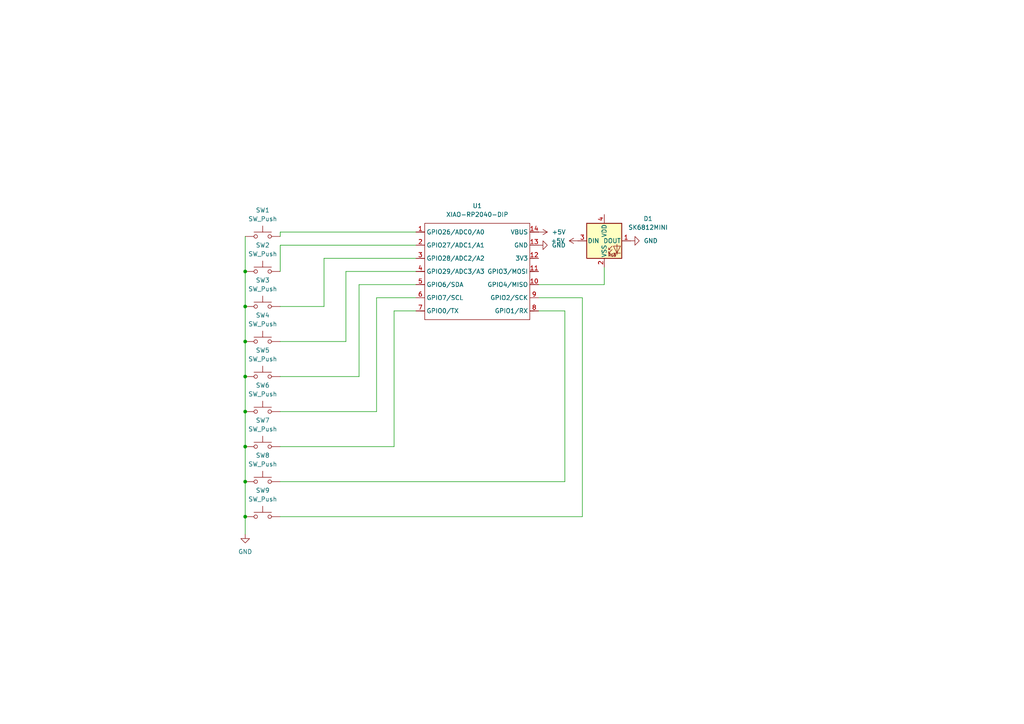
<source format=kicad_sch>
(kicad_sch (version 20250114) (generator "eeschema") (generator_version "9.0")
  (paper "A4")
  (lib_symbols
    (symbol "LED:SK6812MINI" (pin_names (offset 0.254))
      (property "Reference" "D" (at 5.08 5.715 0))
      (property "Value" "SK6812MINI" (at 1.27 -5.715 0))
      (symbol "SK6812MINI_0_0"
        (text "RGB" (at 2.286 -4.191 0) (effects (font (size 0.762 0.762))))
      )
      (symbol "SK6812MINI_0_1"
        (polyline (pts (xy 1.27 -2.54) (xy 1.778 -2.54)))
        (polyline (pts (xy 1.27 -3.556) (xy 1.778 -3.556)))
        (polyline (pts (xy 2.286 -1.524) (xy 1.27 -2.54) (xy 1.27 -2.032)))
        (polyline (pts (xy 2.286 -2.54) (xy 1.27 -3.556) (xy 1.27 -3.048)))
        (polyline (pts (xy 3.683 -1.016) (xy 3.683 -3.556) (xy 3.683 -4.064)))
        (polyline (pts (xy 4.699 -1.524) (xy 2.667 -1.524) (xy 3.683 -3.556) (xy 4.699 -1.524)))
        (polyline (pts (xy 4.699 -3.556) (xy 2.667 -3.556)))
        (rectangle (start 5.08 5.08) (end -5.08 -5.08) (stroke (width 0.254)) (fill (type background)))
      )
      (symbol "SK6812MINI_1_1"
        (pin input line (at -7.62 0 0) (length 2.54) (name "DIN") (number "3"))
        (pin power_in line (at 0 7.62 270) (length 2.54) (name "VDD") (number "4"))
        (pin power_in line (at 0 -7.62 90) (length 2.54) (name "VSS") (number "2"))
        (pin output line (at 7.62 0 180) (length 2.54) (name "DOUT") (number "1"))
      )
    )
    (symbol "PLO:XIAO-RP2040-DIP"
      (property "Reference" "U" (at 0 0 0))
      (property "Value" "XIAO-RP2040-DIP" (at 5.334 -1.778 0))
      (symbol "XIAO-RP2040-DIP_1_0"
        (polyline (pts (xy -1.27 -2.54) (xy 29.21 -2.54)) (stroke (width 0.1524)))
        (polyline (pts (xy -1.27 -5.08) (xy -2.54 -5.08)) (stroke (width 0.1524)))
        (polyline (pts (xy -1.27 -5.08) (xy -1.27 -2.54)) (stroke (width 0.1524)))
        (polyline (pts (xy -1.27 -8.89) (xy -2.54 -8.89)) (stroke (width 0.1524)))
        (polyline (pts (xy -1.27 -8.89) (xy -1.27 -5.08)) (stroke (width 0.1524)))
        (polyline (pts (xy -1.27 -12.7) (xy -2.54 -12.7)) (stroke (width 0.1524)))
        (polyline (pts (xy -1.27 -12.7) (xy -1.27 -8.89)) (stroke (width 0.1524)))
        (polyline (pts (xy -1.27 -16.51) (xy -2.54 -16.51)) (stroke (width 0.1524)))
        (polyline (pts (xy -1.27 -16.51) (xy -1.27 -12.7)) (stroke (width 0.1524)))
        (polyline (pts (xy -1.27 -20.32) (xy -2.54 -20.32)) (stroke (width 0.1524)))
        (polyline (pts (xy -1.27 -24.13) (xy -2.54 -24.13)) (stroke (width 0.1524)))
        (polyline (pts (xy -1.27 -27.94) (xy -2.54 -27.94)) (stroke (width 0.1524)))
        (polyline (pts (xy -1.27 -30.48) (xy -1.27 -16.51)) (stroke (width 0.1524)))
        (polyline (pts (xy 29.21 -2.54) (xy 29.21 -5.08)) (stroke (width 0.1524)))
        (polyline (pts (xy 29.21 -5.08) (xy 29.21 -8.89)) (stroke (width 0.1524)))
        (polyline (pts (xy 29.21 -8.89) (xy 29.21 -12.7)) (stroke (width 0.1524)))
        (polyline (pts (xy 29.21 -12.7) (xy 29.21 -30.48)) (stroke (width 0.1524)))
        (polyline (pts (xy 29.21 -30.48) (xy -1.27 -30.48)) (stroke (width 0.1524)))
        (polyline (pts (xy 30.48 -5.08) (xy 29.21 -5.08)) (stroke (width 0.1524)))
        (polyline (pts (xy 30.48 -8.89) (xy 29.21 -8.89)) (stroke (width 0.1524)))
        (polyline (pts (xy 30.48 -12.7) (xy 29.21 -12.7)) (stroke (width 0.1524)))
        (polyline (pts (xy 30.48 -16.51) (xy 29.21 -16.51)) (stroke (width 0.1524)))
        (polyline (pts (xy 30.48 -20.32) (xy 29.21 -20.32)) (stroke (width 0.1524)))
        (polyline (pts (xy 30.48 -24.13) (xy 29.21 -24.13)) (stroke (width 0.1524)))
        (polyline (pts (xy 30.48 -27.94) (xy 29.21 -27.94)) (stroke (width 0.1524)))
        (pin passive line (at -3.81 -5.08 0) (length 2.54) (name "GPIO26/ADC0/A0") (number "1"))
        (pin passive line (at -3.81 -8.89 0) (length 2.54) (name "GPIO27/ADC1/A1") (number "2"))
        (pin passive line (at -3.81 -12.7 0) (length 2.54) (name "GPIO28/ADC2/A2") (number "3"))
        (pin passive line (at -3.81 -16.51 0) (length 2.54) (name "GPIO29/ADC3/A3") (number "4"))
        (pin passive line (at -3.81 -20.32 0) (length 2.54) (name "GPIO6/SDA") (number "5"))
        (pin passive line (at -3.81 -24.13 0) (length 2.54) (name "GPIO7/SCL") (number "6"))
        (pin passive line (at -3.81 -27.94 0) (length 2.54) (name "GPIO0/TX") (number "7"))
        (pin passive line (at 31.75 -5.08 180) (length 2.54) (name "VBUS") (number "14"))
        (pin passive line (at 31.75 -8.89 180) (length 2.54) (name "GND") (number "13"))
        (pin passive line (at 31.75 -12.7 180) (length 2.54) (name "3V3") (number "12"))
        (pin passive line (at 31.75 -16.51 180) (length 2.54) (name "GPIO3/MOSI") (number "11"))
        (pin passive line (at 31.75 -20.32 180) (length 2.54) (name "GPIO4/MISO") (number "10"))
        (pin passive line (at 31.75 -24.13 180) (length 2.54) (name "GPIO2/SCK") (number "9"))
        (pin passive line (at 31.75 -27.94 180) (length 2.54) (name "GPIO1/RX") (number "8"))
      )
    )
    (symbol "Switch:SW_Push" (pin_numbers (hide yes)) (pin_names (offset 1.016) (hide yes))
      (property "Reference" "SW" (at 1.27 2.54 0))
      (property "Value" "SW_Push" (at 0 -1.524 0))
      (symbol "SW_Push_0_1"
        (circle (center -2.032 0) (radius 0.508))
        (polyline (pts (xy 0 1.27) (xy 0 3.048)))
        (circle (center 2.032 0) (radius 0.508))
        (polyline (pts (xy 2.54 1.27) (xy -2.54 1.27)))
        (pin passive line (at -5.08 0 0) (length 2.54) (name "1") (number "1"))
        (pin passive line (at 5.08 0 180) (length 2.54) (name "2") (number "2"))
      )
    )
    (symbol "power:+5V" (power) (pin_numbers (hide yes)) (pin_names (offset 0) (hide yes))
      (property "Value" "+5V" (at 0 3.556 0))
      (symbol "+5V_0_1"
        (polyline (pts (xy -0.762 1.27) (xy 0 2.54)))
        (polyline (pts (xy 0 2.54) (xy 0.762 1.27)))
        (polyline (pts (xy 0 0) (xy 0 2.54)))
      )
      (symbol "+5V_1_1"
        (pin power_in line (at 0 0 90) (length 0) (name "~") (number "1"))
      )
    )
    (symbol "power:GND" (power) (pin_numbers (hide yes)) (pin_names (offset 0) (hide yes))
      (property "Value" "GND" (at 0 -3.81 0))
      (symbol "GND_0_1"
        (polyline (pts (xy 0 0) (xy 0 -1.27) (xy 1.27 -1.27) (xy 0 -2.54) (xy -1.27 -1.27) (xy 0 -1.27)))
      )
      (symbol "GND_1_1"
        (pin power_in line (at 0 0 270) (length 0) (name "~") (number "1"))
      )
    )
  )
  (junction (at 71.12 99.06))
  (junction (at 71.12 139.7))
  (junction (at 71.12 149.86))
  (junction (at 71.12 119.38))
  (junction (at 71.12 129.54))
  (junction (at 71.12 109.22))
  (junction (at 71.12 88.9))
  (junction (at 71.12 78.74))
  (wire (pts (xy 114.3 90.17) (xy 114.3 129.54)))
  (wire (pts (xy 71.12 88.9) (xy 71.12 99.06)))
  (wire (pts (xy 175.26 82.55) (xy 175.26 77.47)))
  (wire (pts (xy 120.65 86.36) (xy 109.22 86.36)))
  (wire (pts (xy 109.22 86.36) (xy 109.22 119.38)))
  (wire (pts (xy 81.28 71.12) (xy 81.28 78.74)))
  (wire (pts (xy 109.22 119.38) (xy 81.28 119.38)))
  (wire (pts (xy 71.12 149.86) (xy 71.12 154.94)))
  (wire (pts (xy 71.12 139.7) (xy 71.12 149.86)))
  (wire (pts (xy 71.12 109.22) (xy 71.12 119.38)))
  (wire (pts (xy 120.65 90.17) (xy 114.3 90.17)))
  (wire (pts (xy 156.21 82.55) (xy 175.26 82.55)))
  (wire (pts (xy 168.91 149.86) (xy 81.28 149.86)))
  (wire (pts (xy 71.12 78.74) (xy 71.12 88.9)))
  (wire (pts (xy 71.12 129.54) (xy 71.12 139.7)))
  (wire (pts (xy 100.33 99.06) (xy 81.28 99.06)))
  (wire (pts (xy 104.14 82.55) (xy 104.14 109.22)))
  (wire (pts (xy 93.98 74.93) (xy 93.98 88.9)))
  (wire (pts (xy 156.21 90.17) (xy 163.83 90.17)))
  (wire (pts (xy 163.83 90.17) (xy 163.83 139.7)))
  (wire (pts (xy 81.28 67.31) (xy 81.28 68.58)))
  (wire (pts (xy 71.12 119.38) (xy 71.12 129.54)))
  (wire (pts (xy 120.65 82.55) (xy 104.14 82.55)))
  (wire (pts (xy 163.83 139.7) (xy 81.28 139.7)))
  (wire (pts (xy 114.3 129.54) (xy 81.28 129.54)))
  (wire (pts (xy 120.65 74.93) (xy 93.98 74.93)))
  (wire (pts (xy 168.91 86.36) (xy 168.91 149.86)))
  (wire (pts (xy 120.65 67.31) (xy 81.28 67.31)))
  (wire (pts (xy 71.12 68.58) (xy 71.12 78.74)))
  (wire (pts (xy 71.12 99.06) (xy 71.12 109.22)))
  (wire (pts (xy 100.33 78.74) (xy 100.33 99.06)))
  (wire (pts (xy 104.14 109.22) (xy 81.28 109.22)))
  (wire (pts (xy 93.98 88.9) (xy 81.28 88.9)))
  (wire (pts (xy 120.65 71.12) (xy 81.28 71.12)))
  (wire (pts (xy 156.21 86.36) (xy 168.91 86.36)))
  (wire (pts (xy 120.65 78.74) (xy 100.33 78.74)))
  (symbol (lib_id "Switch:SW_Push") (at 76.2 139.7 0) (unit 1)
    (property "Reference" "SW8" (at 76.2 132.08 0))
    (property "Value" "SW_Push" (at 76.2 134.62 0))
    (property "Footprint" "Button_Switch_Keyboard:SW_Cherry_MX_1.00u_PCB" (effects (hide yes)))
    (property "Description" "Push button switch, generic, two pins" (effects (hide yes)))
  )
  (symbol (lib_id "Switch:SW_Push") (at 76.2 88.9 0) (unit 1)
    (property "Reference" "SW3" (at 76.2 81.28 0))
    (property "Value" "SW_Push" (at 76.2 83.82 0))
    (property "Footprint" "Button_Switch_Keyboard:SW_Cherry_MX_1.00u_PCB" (effects (hide yes)))
    (property "Description" "Push button switch, generic, two pins" (effects (hide yes)))
  )
  (symbol (lib_id "power:+5V") (at 167.64 69.85 90) (unit 1)
    (property "Reference" "#PWR04" (effects (hide yes)))
    (property "Value" "+5V" (at 163.83 69.8499 90) (effects (justify left)))
    (property "Description" "Power symbol creates a global label with name \"+5V\"" (effects (hide yes)))
  )
  (symbol (lib_id "Switch:SW_Push") (at 76.2 78.74 0) (unit 1)
    (property "Reference" "SW2" (at 76.2 71.12 0))
    (property "Value" "SW_Push" (at 76.2 73.66 0))
    (property "Footprint" "Button_Switch_Keyboard:SW_Cherry_MX_1.00u_PCB" (effects (hide yes)))
    (property "Description" "Push button switch, generic, two pins" (effects (hide yes)))
  )
  (symbol (lib_id "PLO:XIAO-RP2040-DIP") (at 124.46 62.23 0) (unit 1)
    (property "Reference" "U1" (at 138.43 59.69 0))
    (property "Value" "XIAO-RP2040-DIP" (at 138.43 62.23 0))
    (property "Footprint" "PLO:XIAO-RP2040-DIP" (effects (hide yes)))
  )
  (symbol (lib_id "Switch:SW_Push") (at 76.2 129.54 0) (unit 1)
    (property "Reference" "SW7" (at 76.2 121.92 0))
    (property "Value" "SW_Push" (at 76.2 124.46 0))
    (property "Footprint" "Button_Switch_Keyboard:SW_Cherry_MX_1.00u_PCB" (effects (hide yes)))
    (property "Description" "Push button switch, generic, two pins" (effects (hide yes)))
  )
  (symbol (lib_id "power:GND") (at 156.21 71.12 90) (unit 1)
    (property "Reference" "#PWR02" (effects (hide yes)))
    (property "Value" "GND" (at 160.02 71.1199 90) (effects (justify right)))
    (property "Description" "Power symbol creates a global label with name \"GND\" , ground" (effects (hide yes)))
  )
  (symbol (lib_id "power:GND") (at 182.88 69.85 90) (unit 1)
    (property "Reference" "#PWR03" (effects (hide yes)))
    (property "Value" "GND" (at 186.69 69.8499 90) (effects (justify right)))
    (property "Description" "Power symbol creates a global label with name \"GND\" , ground" (effects (hide yes)))
  )
  (symbol (lib_id "Switch:SW_Push") (at 76.2 99.06 0) (unit 1)
    (property "Reference" "SW4" (at 76.2 91.44 0))
    (property "Value" "SW_Push" (at 76.2 93.98 0))
    (property "Footprint" "Button_Switch_Keyboard:SW_Cherry_MX_1.00u_PCB" (effects (hide yes)))
    (property "Description" "Push button switch, generic, two pins" (effects (hide yes)))
  )
  (symbol (lib_id "Switch:SW_Push") (at 76.2 149.86 0) (unit 1)
    (property "Reference" "SW9" (at 76.2 142.24 0))
    (property "Value" "SW_Push" (at 76.2 144.78 0))
    (property "Footprint" "Button_Switch_Keyboard:SW_Cherry_MX_1.00u_PCB" (effects (hide yes)))
    (property "Description" "Push button switch, generic, two pins" (effects (hide yes)))
  )
  (symbol (lib_id "LED:SK6812MINI") (at 175.26 69.85 0) (unit 1)
    (property "Reference" "D1" (at 187.96 63.4298 0))
    (property "Value" "SK6812MINI" (at 187.96 65.9698 0))
    (property "Footprint" "LED_SMD:LED_SK6812MINI_PLCC4_3.5x3.5mm_P1.75mm" (effects (hide yes)))
    (property "Datasheet" "https://cdn-shop.adafruit.com/product-files/2686/SK6812MINI_REV.01-1-2.pdf" (effects (hide yes)))
    (property "Description" "RGB LED with integrated controller" (effects (hide yes)))
  )
  (symbol (lib_id "Switch:SW_Push") (at 76.2 119.38 0) (unit 1)
    (property "Reference" "SW6" (at 76.2 111.76 0))
    (property "Value" "SW_Push" (at 76.2 114.3 0))
    (property "Footprint" "Button_Switch_Keyboard:SW_Cherry_MX_1.00u_PCB" (effects (hide yes)))
    (property "Description" "Push button switch, generic, two pins" (effects (hide yes)))
  )
  (symbol (lib_id "power:+5V") (at 156.21 67.31 270) (unit 1)
    (property "Reference" "#PWR01" (effects (hide yes)))
    (property "Value" "+5V" (at 160.02 67.3099 90) (effects (justify left)))
    (property "Description" "Power symbol creates a global label with name \"+5V\"" (effects (hide yes)))
  )
  (symbol (lib_id "Switch:SW_Push") (at 76.2 109.22 0) (unit 1)
    (property "Reference" "SW5" (at 76.2 101.6 0))
    (property "Value" "SW_Push" (at 76.2 104.14 0))
    (property "Footprint" "Button_Switch_Keyboard:SW_Cherry_MX_1.00u_PCB" (effects (hide yes)))
    (property "Description" "Push button switch, generic, two pins" (effects (hide yes)))
  )
  (symbol (lib_id "power:GND") (at 71.12 154.94 0) (unit 1)
    (property "Reference" "#PWR05" (effects (hide yes)))
    (property "Value" "GND" (at 71.12 160.02 0))
    (property "Description" "Power symbol creates a global label with name \"GND\" , ground" (effects (hide yes)))
  )
  (symbol (lib_id "Switch:SW_Push") (at 76.2 68.58 0) (unit 1)
    (property "Reference" "SW1" (at 76.2 60.96 0))
    (property "Value" "SW_Push" (at 76.2 63.5 0))
    (property "Footprint" "Button_Switch_Keyboard:SW_Cherry_MX_1.00u_PCB" (effects (hide yes)))
    (property "Description" "Push button switch, generic, two pins" (effects (hide yes)))
  )
)
</source>
